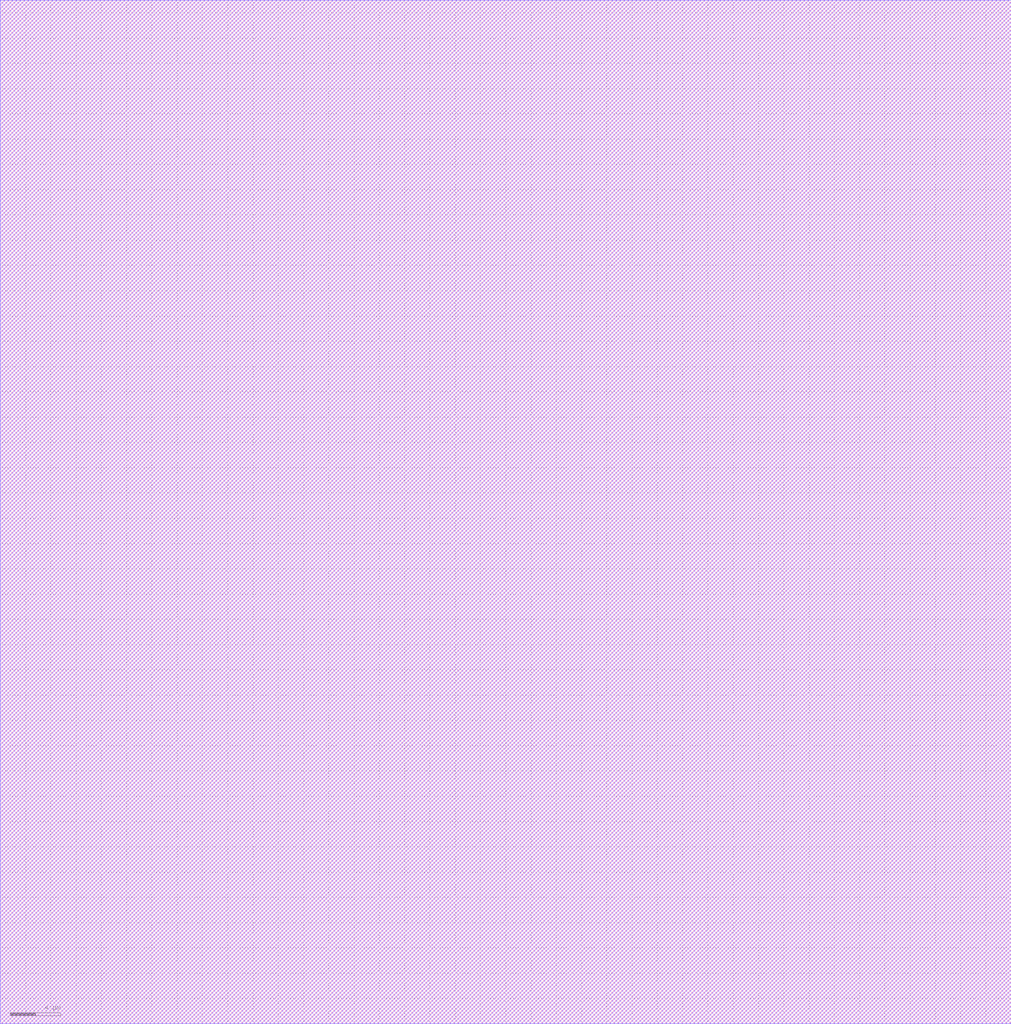
<source format=lef>
###############################################################################
#TSMC Library/IP Product
#Filename: tpb018v_6lm.lef
#Technology: 018
#Product Type: I/O PAD
#Product Name: tpb018v
#Version: 180a
###############################################################################
# 
#STATEMENT OF USE
#
#This information contains confidential and proprietary information of TSMC.
#No part of this information may be reproduced, transmitted, transcribed,
#stored in a retrieval system, or translated into any human or computer
#language, in any form or by any means, electronic, mechanical, magnetic,
#optical, chemical, manual, or otherwise, without the prior written permission
#of TSMC. This information was prepared for informational purpose and is for
#use by TSMC's customers only. TSMC reserves the right to make changes in the
#information at any time and without notice.
# 
###############################################################################

MACRO PAD50LAU_OBV
    CLASS BLOCK ;
    FOREIGN PAD50LAU_OBV 0.000 0.000  ;
    ORIGIN 0.000 0.000 ;
    SIZE 50.000 BY 87.160 ;
    SYMMETRY X Y R90 ;
    OBS
        LAYER METAL5 ;
        RECT  0.000 0.000 50.000 87.160 ;
        LAYER METAL6 ;
        RECT  0.000 0.000 50.000 87.160 ;
    END
END PAD50LAU_OBV

MACRO PAD50LAU_SM
    CLASS BLOCK ;
    FOREIGN PAD50LAU_SM 0.000 0.000  ;
    ORIGIN 0.000 0.000 ;
    SIZE 50.000 BY 87.160 ;
    SYMMETRY X Y R90 ;
    OBS
        LAYER METAL6 ;
        RECT  0.000 0.000 50.000 87.160 ;
    END
END PAD50LAU_SM

MACRO PAD50LAU_TRL
    CLASS BLOCK ;
    FOREIGN PAD50LAU_TRL 0.000 0.000  ;
    ORIGIN 0.000 0.000 ;
    SIZE 50.000 BY 87.160 ;
    SYMMETRY X Y R90 ;
    OBS
        LAYER METAL5 ;
        RECT  0.000 0.000 50.000 87.160 ;
        LAYER METAL6 ;
        RECT  0.000 0.000 50.000 87.160 ;
    END
END PAD50LAU_TRL

MACRO PAD60LAU_OBV
    CLASS BLOCK ;
    FOREIGN PAD60LAU_OBV 0.000 0.000  ;
    ORIGIN 0.000 0.000 ;
    SIZE 50.000 BY 73.160 ;
    SYMMETRY X Y R90 ;
    OBS
        LAYER METAL5 ;
        RECT  50.000 3.160 53.500 73.160 ;
        RECT  0.000 0.000 50.000 73.160 ;
        RECT  -3.500 3.160 0.000 73.160 ;
        LAYER METAL6 ;
        RECT  50.000 3.160 53.500 73.160 ;
        RECT  0.000 0.000 50.000 73.160 ;
        RECT  -3.500 3.160 0.000 73.160 ;
    END
END PAD60LAU_OBV

MACRO PAD60LAU_SL_OBV
    CLASS BLOCK ;
    FOREIGN PAD60LAU_SL_OBV 0.000 0.000  ;
    ORIGIN 0.000 0.000 ;
    SIZE 60.000 BY 73.160 ;
    SYMMETRY X Y R90 ;
    OBS
        LAYER METAL5 ;
        RECT  0.000 0.000 60.000 73.160 ;
        LAYER METAL6 ;
        RECT  0.000 0.000 60.000 73.160 ;
    END
END PAD60LAU_SL_OBV

MACRO PAD60LAU_SL_SM
    CLASS BLOCK ;
    FOREIGN PAD60LAU_SL_SM 0.000 0.000  ;
    ORIGIN 0.000 0.000 ;
    SIZE 60.000 BY 102.400 ;
    SYMMETRY X Y R90 ;
    OBS
        LAYER METAL6 ;
        RECT  0.000 0.000 60.000 102.400 ;
    END
END PAD60LAU_SL_SM

MACRO PAD60LAU_SL_TRL
    CLASS BLOCK ;
    FOREIGN PAD60LAU_SL_TRL 0.000 0.000  ;
    ORIGIN 0.000 0.000 ;
    SIZE 60.000 BY 102.400 ;
    SYMMETRY X Y R90 ;
    OBS
        LAYER METAL5 ;
        RECT  0.000 0.000 60.000 102.400 ;
        LAYER METAL6 ;
        RECT  0.000 0.000 60.000 102.400 ;
    END
END PAD60LAU_SL_TRL

MACRO PAD60LAU_SM
    CLASS BLOCK ;
    FOREIGN PAD60LAU_SM 0.000 0.000  ;
    ORIGIN 0.000 0.000 ;
    SIZE 50.000 BY 102.400 ;
    SYMMETRY X Y R90 ;
    OBS
        LAYER METAL6 ;
        RECT  50.000 3.160 53.500 102.400 ;
        RECT  0.000 0.000 50.000 102.400 ;
        RECT  -3.500 3.160 0.000 102.400 ;
    END
END PAD60LAU_SM

MACRO PAD60LAU_TRL
    CLASS BLOCK ;
    FOREIGN PAD60LAU_TRL 0.000 0.000  ;
    ORIGIN 0.000 0.000 ;
    SIZE 50.000 BY 102.400 ;
    SYMMETRY X Y R90 ;
    OBS
        LAYER METAL5 ;
        RECT  50.000 3.160 53.500 102.400 ;
        RECT  0.000 0.000 50.000 102.400 ;
        RECT  -3.500 3.160 0.000 102.400 ;
        LAYER METAL6 ;
        RECT  50.000 3.160 53.500 102.400 ;
        RECT  0.000 0.000 50.000 102.400 ;
        RECT  -3.500 3.160 0.000 102.400 ;
    END
END PAD60LAU_TRL

MACRO PAD60LU_OBV
    CLASS BLOCK ;
    FOREIGN PAD60LU_OBV 0.000 0.000  ;
    ORIGIN 0.000 0.000 ;
    SIZE 60.000 BY 73.160 ;
    SYMMETRY X Y R90 ;
    OBS
        LAYER METAL5 ;
        RECT  0.000 0.000 60.000 73.160 ;
        LAYER METAL6 ;
        RECT  0.000 0.000 60.000 73.160 ;
    END
END PAD60LU_OBV

MACRO PAD60LU_SL_OBV
    CLASS BLOCK ;
    FOREIGN PAD60LU_SL_OBV 0.000 0.000  ;
    ORIGIN 0.000 0.000 ;
    SIZE 60.000 BY 73.160 ;
    SYMMETRY X Y R90 ;
    OBS
        LAYER METAL5 ;
        RECT  0.000 0.000 60.000 73.160 ;
        LAYER METAL6 ;
        RECT  0.000 0.000 60.000 73.160 ;
    END
END PAD60LU_SL_OBV

MACRO PAD60LU_SL_SM
    CLASS BLOCK ;
    FOREIGN PAD60LU_SL_SM 0.000 0.000  ;
    ORIGIN 0.000 0.000 ;
    SIZE 60.000 BY 102.400 ;
    SYMMETRY X Y R90 ;
    OBS
        LAYER METAL6 ;
        RECT  0.000 0.000 60.000 102.400 ;
    END
END PAD60LU_SL_SM

MACRO PAD60LU_SL_TRL
    CLASS BLOCK ;
    FOREIGN PAD60LU_SL_TRL 0.000 0.000  ;
    ORIGIN 0.000 0.000 ;
    SIZE 60.000 BY 102.400 ;
    SYMMETRY X Y R90 ;
    OBS
        LAYER METAL5 ;
        RECT  0.000 0.000 60.000 102.400 ;
        LAYER METAL6 ;
        RECT  0.000 0.000 60.000 102.400 ;
    END
END PAD60LU_SL_TRL

MACRO PAD60LU_SM
    CLASS BLOCK ;
    FOREIGN PAD60LU_SM 0.000 0.000  ;
    ORIGIN 0.000 0.000 ;
    SIZE 60.000 BY 102.400 ;
    SYMMETRY X Y R90 ;
    OBS
        LAYER METAL6 ;
        RECT  0.000 0.000 60.000 102.400 ;
    END
END PAD60LU_SM

MACRO PAD60LU_TRL
    CLASS BLOCK ;
    FOREIGN PAD60LU_TRL 0.000 0.000  ;
    ORIGIN 0.000 0.000 ;
    SIZE 60.000 BY 102.400 ;
    SYMMETRY X Y R90 ;
    OBS
        LAYER METAL5 ;
        RECT  0.000 0.000 60.000 102.400 ;
        LAYER METAL6 ;
        RECT  0.000 0.000 60.000 102.400 ;
    END
END PAD60LU_TRL

MACRO PAD70LU_OBV
    CLASS BLOCK ;
    FOREIGN PAD70LU_OBV 0.000 0.000  ;
    ORIGIN 0.000 0.000 ;
    SIZE 70.000 BY 81.000 ;
    SYMMETRY X Y R90 ;
    OBS
        LAYER METAL5 ;
        RECT  0.000 0.000 70.000 81.000 ;
        LAYER METAL6 ;
        RECT  0.000 0.000 70.000 81.000 ;
    END
END PAD70LU_OBV

MACRO PAD70LU_SM
    CLASS BLOCK ;
    FOREIGN PAD70LU_SM 0.000 0.000  ;
    ORIGIN 0.000 0.000 ;
    SIZE 70.000 BY 81.000 ;
    SYMMETRY X Y R90 ;
    OBS
        LAYER METAL6 ;
        RECT  0.000 0.000 70.000 81.000 ;
    END
END PAD70LU_SM

MACRO PAD70LU_TRL
    CLASS BLOCK ;
    FOREIGN PAD70LU_TRL 0.000 0.000  ;
    ORIGIN 0.000 0.000 ;
    SIZE 70.000 BY 81.000 ;
    SYMMETRY X Y R90 ;
    OBS
        LAYER METAL5 ;
        RECT  0.000 0.000 70.000 81.000 ;
        LAYER METAL6 ;
        RECT  0.000 0.000 70.000 81.000 ;
    END
END PAD70LU_TRL

MACRO PAD80LU_OBV
    CLASS BLOCK ;
    FOREIGN PAD80LU_OBV 0.000 0.000  ;
    ORIGIN 0.000 0.000 ;
    SIZE 80.000 BY 81.000 ;
    SYMMETRY X Y R90 ;
    OBS
        LAYER METAL5 ;
        RECT  0.000 0.000 80.000 81.000 ;
        LAYER METAL6 ;
        RECT  0.000 0.000 80.000 81.000 ;
    END
END PAD80LU_OBV

MACRO PAD80LU_SM
    CLASS BLOCK ;
    FOREIGN PAD80LU_SM 0.000 0.000  ;
    ORIGIN 0.000 0.000 ;
    SIZE 80.000 BY 81.000 ;
    SYMMETRY X Y R90 ;
    OBS
        LAYER METAL6 ;
        RECT  0.000 0.000 80.000 81.000 ;
    END
END PAD80LU_SM

MACRO PAD80LU_TRL
    CLASS BLOCK ;
    FOREIGN PAD80LU_TRL 0.000 0.000  ;
    ORIGIN 0.000 0.000 ;
    SIZE 80.000 BY 81.000 ;
    SYMMETRY X Y R90 ;
    OBS
        LAYER METAL5 ;
        RECT  0.000 0.000 80.000 81.000 ;
        LAYER METAL6 ;
        RECT  0.000 0.000 80.000 81.000 ;
    END
END PAD80LU_TRL

END LIBRARY

</source>
